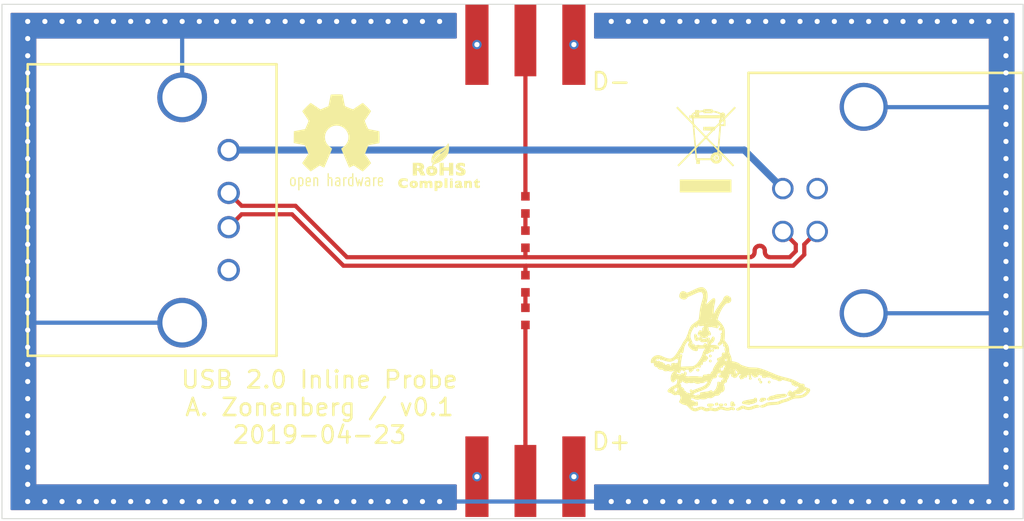
<source format=kicad_pcb>
(kicad_pcb (version 20171130) (host pcbnew "(5.1.0-34-g078320e2f)")
  (layers (0 F.Cu signal) (1 In1.Cu signal) (2 In2.Cu signal) (31 B.Cu signal) (34 B.Paste user) (35 F.Paste user) (36 B.SilkS user) (37 F.SilkS user) (38 B.Mask user) (39 F.Mask user) (44 Edge.Cuts user))
  (net 0 "")
  (net 1 "Net-(C1-Pad2)")
  (net 2 /PROBE_P)
  (net 3 "Net-(C2-Pad2)")
  (net 4 /PROBE_N)
  (net 5 /GND)
  (net 6 /D_P)
  (net 7 /D_N)
  (net 8 /VBUS)
  (net 9 /SHLD)
  (module w_logo:Logo_silk_ROHS_5x2.8mm (layer F.Cu) (at 85 32.5)
    (fp_text reference G*** hide)
    (fp_text value LOGO hide)
  )
  (module w_logo:Logo_silk_WEEE_3.4x5mm (layer F.Cu) (at 100.5 31.5)
    (fp_text reference G*** hide)
    (fp_text value LOGO hide)
  )
  (module w_logo:Logo_silk_OSHW_6x6mm (layer F.Cu) (at 79 30.5)
    (fp_text reference G*** hide)
    (fp_text value LOGO hide)
  )
  (module azonenberg_pcb:LONGTHING-1200DPI (layer F.Cu) (at 102.5 43.5)
    (fp_text reference G*** hide)
    (fp_text value LOGO hide)
  )
  (module azonenberg_pcb:CONN_USB_AMPHENOL_UE27AC54100 (layer F.Cu) (at 70 35 270)
    (fp_text reference J2 hide)
    (fp_text value USB_A)
    (pad 4 thru_hole circle (at 3.5 -2.71 270) (size 1.3 1.3) (drill 0.92) (layers *.Cu *.Mask) (net 5 /GND))
    (pad 2 thru_hole circle (at -1 -2.71 270) (size 1.3 1.3) (drill 0.92) (layers *.Cu *.Mask) (net 7 /D_N))
    (pad 1 thru_hole circle (at -3.5 -2.71 270) (size 1.3 1.3) (drill 0.92) (layers *.Cu *.Mask) (net 8 /VBUS))
    (pad 3 thru_hole circle (at 1 -2.71 270) (size 1.3 1.3) (drill 0.92) (layers *.Cu *.Mask) (net 6 /D_P))
    (pad 5 thru_hole circle (at 6.57 0 270) (size 2.9 2.9) (drill 2.3) (layers *.Cu *.Mask) (net 9 /SHLD))
    (pad 5 thru_hole circle (at -6.57 0 270) (size 2.9 2.9) (drill 2.3) (layers *.Cu *.Mask) (net 9 /SHLD))
  )
  (module azonenberg_pcb:CONN_USB_B_CUI_UJ2-BH-1-TH (layer F.Cu) (at 107 35 90)
    (fp_text reference J1 hide)
    (fp_text value USB_B)
    (pad 1 thru_hole circle (at 1.25 -2 90) (size 1.25 1.25) (drill 0.92) (layers *.Cu *.Mask) (net 8 /VBUS))
    (pad 2 thru_hole circle (at -1.25 -2 90) (size 1.25 1.25) (drill 0.92) (layers *.Cu *.Mask) (net 7 /D_N))
    (pad 3 thru_hole circle (at -1.25 0 90) (size 1.25 1.25) (drill 0.92) (layers *.Cu *.Mask) (net 6 /D_P))
    (pad 4 thru_hole circle (at 1.25 0 90) (size 1.25 1.25) (drill 0.92) (layers *.Cu *.Mask) (net 5 /GND))
    (pad 5 thru_hole circle (at 6.02 2.71 90) (size 2.8 2.8) (drill 2.3) (layers *.Cu *.Mask) (net 9 /SHLD))
    (pad 5 thru_hole circle (at -6.02 2.71 90) (size 2.8 2.8) (drill 2.3) (layers *.Cu *.Mask) (net 9 /SHLD))
  )
  (module azonenberg_pcb:EIA_0402_RES_NOSILK (layer F.Cu) (at 90 36.699999 270)
    (fp_text reference R2 hide)
    (fp_text value 953 hide)
    (pad 2 smd rect (at 0.5 0 270) (size 0.5 0.5) (layers F.Cu F.Paste F.Mask) (net 7 /D_N))
    (pad 1 smd rect (at -0.5 0 270) (size 0.5 0.5) (layers F.Cu F.Paste F.Mask) (net 3 "Net-(C2-Pad2)"))
  )
  (module azonenberg_pcb:EIA_0402_RES_NOSILK (layer F.Cu) (at 90 39.3 90)
    (fp_text reference R1 hide)
    (fp_text value 953 hide)
    (pad 2 smd rect (at 0.5 0 90) (size 0.5 0.5) (layers F.Cu F.Paste F.Mask) (net 6 /D_P))
    (pad 1 smd rect (at -0.5 0 90) (size 0.5 0.5) (layers F.Cu F.Paste F.Mask) (net 1 "Net-(C1-Pad2)"))
  )
  (module azonenberg_pcb:CONN_SMA_EDGE_SAMTEC_SMA_J_P_H_ST_EM1 (layer F.Cu) (at 90 23 180)
    (fp_text reference J4 hide)
    (fp_text value SMA hide)
    (pad 2 smd rect (at -2.825 -2.35 180) (size 1.35 4.7) (layers F.Cu F.Paste F.Mask) (net 5 /GND))
    (pad 2 smd rect (at 2.825 -2.35 180) (size 1.35 4.7) (layers F.Cu F.Paste F.Mask) (net 5 /GND))
    (pad 1 smd rect (at 0 -2.1 180) (size 1.27 4.2) (layers F.Cu F.Paste F.Mask) (net 4 /PROBE_N))
  )
  (module azonenberg_pcb:CONN_SMA_EDGE_SAMTEC_SMA_J_P_H_ST_EM1 (layer F.Cu) (at 90 52.9)
    (fp_text reference J3 hide)
    (fp_text value SMA hide)
    (pad 2 smd rect (at -2.825 -2.35) (size 1.35 4.7) (layers F.Cu F.Paste F.Mask) (net 5 /GND))
    (pad 2 smd rect (at 2.825 -2.35) (size 1.35 4.7) (layers F.Cu F.Paste F.Mask) (net 5 /GND))
    (pad 1 smd rect (at 0 -2.1) (size 1.27 4.2) (layers F.Cu F.Paste F.Mask) (net 2 /PROBE_P))
  )
  (module azonenberg_pcb:EIA_0402_CAP_NOSILK (layer F.Cu) (at 90 34.7 270)
    (fp_text reference C2 hide)
    (fp_text value "0.1 uF" hide)
    (pad 2 smd rect (at 0.5 0 270) (size 0.5 0.5) (layers F.Cu F.Paste F.Mask) (net 3 "Net-(C2-Pad2)"))
    (pad 1 smd rect (at -0.5 0 270) (size 0.5 0.5) (layers F.Cu F.Paste F.Mask) (net 4 /PROBE_N))
  )
  (module azonenberg_pcb:EIA_0402_CAP_NOSILK (layer F.Cu) (at 90 41.2 90)
    (fp_text reference C1 hide)
    (fp_text value "0.1 uF" hide)
    (pad 2 smd rect (at 0.5 0 90) (size 0.5 0.5) (layers F.Cu F.Paste F.Mask) (net 1 "Net-(C1-Pad2)"))
    (pad 1 smd rect (at -0.5 0 90) (size 0.5 0.5) (layers F.Cu F.Paste F.Mask) (net 2 /PROBE_P))
  )
  (gr_text "USB 2.0 Inline Probe\nA. Zonenberg / v0.1\n2019-04-23" (at 78 46.5) (layer F.SilkS) (effects (font (size 1 1))))
  (gr_text D- (at 95 27.5) (layer F.SilkS) (effects (font (size 1 1))))
  (gr_text D+ (at 95 48.5) (layer F.SilkS) (effects (font (size 1 1))))
  (gr_line (start 119 23) (end 59.5 23) (layer Edge.Cuts) (width 0.05))
  (gr_line (start 119 53) (end 119 23) (layer Edge.Cuts) (width 0.05))
  (gr_line (start 59.5 53) (end 119 53) (layer Edge.Cuts) (width 0.05))
  (gr_line (start 59.5 23) (end 59.5 53) (layer Edge.Cuts) (width 0.05))
  (segment (start 90 39.8) (end 90 40.7) (width 0.245) (layer F.Cu) (net 1))
  (segment (start 90 48.455) (end 90 41.7) (width 0.245) (layer F.Cu) (net 2))
  (segment (start 90 50.8) (end 90 48.455) (width 0.245) (layer F.Cu) (net 2))
  (segment (start 90 35.2) (end 90 36.199999) (width 0.245) (layer F.Cu) (net 3))
  (segment (start 90 34.2) (end 90 25.1) (width 0.245) (layer F.Cu) (net 4))
  (via (at 87.175 25.35) (size 0.55) (drill 0.3) (layers F.Cu B.Cu) (net 5))
  (via (at 92.825 25.35) (size 0.55) (drill 0.3) (layers F.Cu B.Cu) (net 5))
  (via (at 87.175 50.55) (size 0.55) (drill 0.3) (layers F.Cu B.Cu) (net 5))
  (via (at 92.825 50.55) (size 0.55) (drill 0.3) (layers F.Cu B.Cu) (net 5))
  (segment (start 73.4625 35.2475) (end 76.397482 35.2475) (width 0.245) (layer F.Cu) (net 6))
  (segment (start 72.71 36) (end 73.4625 35.2475) (width 0.245) (layer F.Cu) (net 6))
  (segment (start 76.397482 35.2475) (end 79.397482 38.2475) (width 0.245) (layer F.Cu) (net 6))
  (segment (start 105.602518 38.2475) (end 106.2475 37.602518) (width 0.245) (layer F.Cu) (net 6))
  (segment (start 106.2475 37.602518) (end 106.2475 37.0025) (width 0.245) (layer F.Cu) (net 6))
  (segment (start 106.2475 37.0025) (end 107 36.25) (width 0.245) (layer F.Cu) (net 6))
  (segment (start 90.0475 38.2575) (end 90.0475 38.2475) (width 0.245) (layer F.Cu) (net 6))
  (segment (start 90 38.8) (end 90 38.305) (width 0.245) (layer F.Cu) (net 6))
  (segment (start 79.397482 38.2475) (end 90.0475 38.2475) (width 0.245) (layer F.Cu) (net 6))
  (segment (start 90 38.305) (end 90.0475 38.2575) (width 0.245) (layer F.Cu) (net 6))
  (segment (start 90.0475 38.2475) (end 105.602518 38.2475) (width 0.245) (layer F.Cu) (net 6))
  (segment (start 73.4625 34.7525) (end 72.71 34) (width 0.245) (layer F.Cu) (net 7))
  (segment (start 79.602518 37.7525) (end 76.602518 34.7525) (width 0.245) (layer F.Cu) (net 7))
  (segment (start 103.119256 37.744978) (end 103.0525 37.7525) (width 0.245) (layer F.Cu) (net 7))
  (segment (start 103.239546 37.687049) (end 103.182665 37.72279) (width 0.245) (layer F.Cu) (net 7))
  (segment (start 103.32279 37.582665) (end 103.287049 37.639546) (width 0.245) (layer F.Cu) (net 7))
  (segment (start 103.3525 37.38292) (end 103.3525 37.4525) (width 0.245) (layer F.Cu) (net 7))
  (segment (start 103.344978 37.519256) (end 103.32279 37.582665) (width 0.245) (layer F.Cu) (net 7))
  (segment (start 103.382209 37.252754) (end 103.360021 37.316163) (width 0.245) (layer F.Cu) (net 7))
  (segment (start 103.41795 37.195873) (end 103.382209 37.252754) (width 0.245) (layer F.Cu) (net 7))
  (segment (start 103.960021 37.519256) (end 103.9525 37.4525) (width 0.245) (layer F.Cu) (net 7))
  (segment (start 103.3525 37.4525) (end 103.344978 37.519256) (width 0.245) (layer F.Cu) (net 7))
  (segment (start 103.465453 37.14837) (end 103.41795 37.195873) (width 0.245) (layer F.Cu) (net 7))
  (segment (start 103.944978 37.316163) (end 103.92279 37.252754) (width 0.245) (layer F.Cu) (net 7))
  (segment (start 103.522334 37.112629) (end 103.465453 37.14837) (width 0.245) (layer F.Cu) (net 7))
  (segment (start 104.122334 37.72279) (end 104.065453 37.687049) (width 0.245) (layer F.Cu) (net 7))
  (segment (start 104.065453 37.687049) (end 104.01795 37.639546) (width 0.245) (layer F.Cu) (net 7))
  (segment (start 104.185743 37.744978) (end 104.122334 37.72279) (width 0.245) (layer F.Cu) (net 7))
  (segment (start 104.2525 37.7525) (end 104.185743 37.744978) (width 0.245) (layer F.Cu) (net 7))
  (segment (start 103.6525 37.08292) (end 103.585743 37.090441) (width 0.245) (layer F.Cu) (net 7))
  (segment (start 103.287049 37.639546) (end 103.239546 37.687049) (width 0.245) (layer F.Cu) (net 7))
  (segment (start 105 36.25) (end 105.7525 37.0025) (width 0.245) (layer F.Cu) (net 7))
  (segment (start 103.982209 37.582665) (end 103.960021 37.519256) (width 0.245) (layer F.Cu) (net 7))
  (segment (start 105.397482 37.7525) (end 104.2525 37.7525) (width 0.245) (layer F.Cu) (net 7))
  (segment (start 103.360021 37.316163) (end 103.3525 37.38292) (width 0.245) (layer F.Cu) (net 7))
  (segment (start 105.7525 37.397482) (end 105.397482 37.7525) (width 0.245) (layer F.Cu) (net 7))
  (segment (start 105.7525 37.0025) (end 105.7525 37.397482) (width 0.245) (layer F.Cu) (net 7))
  (segment (start 103.719256 37.090441) (end 103.6525 37.08292) (width 0.245) (layer F.Cu) (net 7))
  (segment (start 103.9525 37.4525) (end 103.9525 37.38292) (width 0.245) (layer F.Cu) (net 7))
  (segment (start 104.01795 37.639546) (end 103.982209 37.582665) (width 0.245) (layer F.Cu) (net 7))
  (segment (start 103.9525 37.38292) (end 103.944978 37.316163) (width 0.245) (layer F.Cu) (net 7))
  (segment (start 103.887049 37.195873) (end 103.839546 37.14837) (width 0.245) (layer F.Cu) (net 7))
  (segment (start 103.92279 37.252754) (end 103.887049 37.195873) (width 0.245) (layer F.Cu) (net 7))
  (segment (start 103.839546 37.14837) (end 103.782665 37.112629) (width 0.245) (layer F.Cu) (net 7))
  (segment (start 103.782665 37.112629) (end 103.719256 37.090441) (width 0.245) (layer F.Cu) (net 7))
  (segment (start 76.602518 34.7525) (end 73.4625 34.7525) (width 0.245) (layer F.Cu) (net 7))
  (segment (start 103.182665 37.72279) (end 103.119256 37.744978) (width 0.245) (layer F.Cu) (net 7))
  (segment (start 103.585743 37.090441) (end 103.522334 37.112629) (width 0.245) (layer F.Cu) (net 7))
  (segment (start 90.0475 37.742499) (end 90.0475 37.7525) (width 0.245) (layer F.Cu) (net 7))
  (segment (start 90 37.694999) (end 90.0475 37.742499) (width 0.245) (layer F.Cu) (net 7))
  (segment (start 90 37.199999) (end 90 37.694999) (width 0.245) (layer F.Cu) (net 7))
  (segment (start 103.0525 37.7525) (end 90.0475 37.7525) (width 0.245) (layer F.Cu) (net 7))
  (segment (start 90.0475 37.7525) (end 79.602518 37.7525) (width 0.245) (layer F.Cu) (net 7))
  (segment (start 102.75 31.5) (end 105 33.75) (width 0.41) (layer B.Cu) (net 8))
  (segment (start 72.71 31.5) (end 102.75 31.5) (width 0.41) (layer B.Cu) (net 8))
  (via (at 70 24) (size 0.55) (drill 0.3) (layers F.Cu B.Cu) (net 9))
  (segment (start 70 28.43) (end 70 24) (width 0.245) (layer B.Cu) (net 9))
  (via (at 71 24) (size 0.55) (drill 0.3) (layers F.Cu B.Cu) (net 9))
  (segment (start 70 24) (end 71 24) (width 0.245) (layer F.Cu) (net 9))
  (via (at 72 24) (size 0.55) (drill 0.3) (layers F.Cu B.Cu) (net 9))
  (segment (start 71 24) (end 72 24) (width 0.245) (layer B.Cu) (net 9))
  (via (at 73 24) (size 0.55) (drill 0.3) (layers F.Cu B.Cu) (net 9))
  (segment (start 72 24) (end 73 24) (width 0.245) (layer F.Cu) (net 9))
  (via (at 74 24) (size 0.55) (drill 0.3) (layers F.Cu B.Cu) (net 9))
  (segment (start 73 24) (end 74 24) (width 0.245) (layer B.Cu) (net 9))
  (via (at 75 24) (size 0.55) (drill 0.3) (layers F.Cu B.Cu) (net 9))
  (segment (start 74 24) (end 75 24) (width 0.245) (layer F.Cu) (net 9))
  (via (at 76 24) (size 0.55) (drill 0.3) (layers F.Cu B.Cu) (net 9))
  (segment (start 75 24) (end 76 24) (width 0.245) (layer B.Cu) (net 9))
  (via (at 77 24) (size 0.55) (drill 0.3) (layers F.Cu B.Cu) (net 9))
  (segment (start 76 24) (end 77 24) (width 0.245) (layer F.Cu) (net 9))
  (via (at 78 24) (size 0.55) (drill 0.3) (layers F.Cu B.Cu) (net 9))
  (segment (start 77 24) (end 78 24) (width 0.245) (layer B.Cu) (net 9))
  (via (at 79 24) (size 0.55) (drill 0.3) (layers F.Cu B.Cu) (net 9))
  (segment (start 78 24) (end 79 24) (width 0.245) (layer F.Cu) (net 9))
  (via (at 80 24) (size 0.55) (drill 0.3) (layers F.Cu B.Cu) (net 9))
  (segment (start 79 24) (end 80 24) (width 0.245) (layer B.Cu) (net 9))
  (via (at 81 24) (size 0.55) (drill 0.3) (layers F.Cu B.Cu) (net 9))
  (segment (start 80 24) (end 81 24) (width 0.245) (layer F.Cu) (net 9))
  (via (at 82 24) (size 0.55) (drill 0.3) (layers F.Cu B.Cu) (net 9))
  (segment (start 81 24) (end 82 24) (width 0.245) (layer B.Cu) (net 9))
  (via (at 83 24) (size 0.55) (drill 0.3) (layers F.Cu B.Cu) (net 9))
  (segment (start 82 24) (end 83 24) (width 0.245) (layer F.Cu) (net 9))
  (via (at 84 24) (size 0.55) (drill 0.3) (layers F.Cu B.Cu) (net 9))
  (segment (start 83 24) (end 84 24) (width 0.245) (layer B.Cu) (net 9))
  (via (at 85 24) (size 0.55) (drill 0.3) (layers F.Cu B.Cu) (net 9))
  (segment (start 84 24) (end 85 24) (width 0.245) (layer F.Cu) (net 9))
  (via (at 69 24) (size 0.55) (drill 0.3) (layers F.Cu B.Cu) (net 9))
  (segment (start 70 24) (end 69 24) (width 0.245) (layer B.Cu) (net 9))
  (via (at 68 24) (size 0.55) (drill 0.3) (layers F.Cu B.Cu) (net 9))
  (segment (start 69 24) (end 68 24) (width 0.245) (layer F.Cu) (net 9))
  (via (at 67 24) (size 0.55) (drill 0.3) (layers F.Cu B.Cu) (net 9))
  (segment (start 68 24) (end 67 24) (width 0.245) (layer B.Cu) (net 9))
  (via (at 66 24) (size 0.55) (drill 0.3) (layers F.Cu B.Cu) (net 9))
  (segment (start 67 24) (end 66 24) (width 0.245) (layer F.Cu) (net 9))
  (via (at 65 24) (size 0.55) (drill 0.3) (layers F.Cu B.Cu) (net 9))
  (segment (start 66 24) (end 65 24) (width 0.245) (layer B.Cu) (net 9))
  (via (at 64 24) (size 0.55) (drill 0.3) (layers F.Cu B.Cu) (net 9))
  (segment (start 65 24) (end 64 24) (width 0.245) (layer F.Cu) (net 9))
  (via (at 63 24) (size 0.55) (drill 0.3) (layers F.Cu B.Cu) (net 9))
  (segment (start 64 24) (end 63 24) (width 0.245) (layer B.Cu) (net 9))
  (via (at 62 24) (size 0.55) (drill 0.3) (layers F.Cu B.Cu) (net 9))
  (segment (start 63 24) (end 62 24) (width 0.245) (layer F.Cu) (net 9))
  (via (at 61 24) (size 0.55) (drill 0.3) (layers F.Cu B.Cu) (net 9))
  (segment (start 62 24) (end 61 24) (width 0.245) (layer B.Cu) (net 9))
  (via (at 61 25) (size 0.55) (drill 0.3) (layers F.Cu B.Cu) (net 9))
  (segment (start 61 24) (end 61 25) (width 0.245) (layer B.Cu) (net 9))
  (via (at 61 26) (size 0.55) (drill 0.3) (layers F.Cu B.Cu) (net 9))
  (segment (start 61 25) (end 61 26) (width 0.245) (layer F.Cu) (net 9))
  (via (at 61 27) (size 0.55) (drill 0.3) (layers F.Cu B.Cu) (net 9))
  (segment (start 61 26) (end 61 27) (width 0.245) (layer B.Cu) (net 9))
  (via (at 61 28) (size 0.55) (drill 0.3) (layers F.Cu B.Cu) (net 9))
  (segment (start 61 27) (end 61 28) (width 0.245) (layer F.Cu) (net 9))
  (via (at 61 29) (size 0.55) (drill 0.3) (layers F.Cu B.Cu) (net 9))
  (segment (start 61 28) (end 61 29) (width 0.245) (layer B.Cu) (net 9))
  (via (at 61 30) (size 0.55) (drill 0.3) (layers F.Cu B.Cu) (net 9))
  (segment (start 61 29) (end 61 30) (width 0.245) (layer F.Cu) (net 9))
  (via (at 61 31) (size 0.55) (drill 0.3) (layers F.Cu B.Cu) (net 9))
  (segment (start 61 30) (end 61 31) (width 0.245) (layer B.Cu) (net 9))
  (via (at 61 32) (size 0.55) (drill 0.3) (layers F.Cu B.Cu) (net 9))
  (segment (start 61 31) (end 61 32) (width 0.245) (layer F.Cu) (net 9))
  (via (at 61 33) (size 0.55) (drill 0.3) (layers F.Cu B.Cu) (net 9))
  (segment (start 61 32) (end 61 33) (width 0.245) (layer B.Cu) (net 9))
  (via (at 61 34) (size 0.55) (drill 0.3) (layers F.Cu B.Cu) (net 9))
  (segment (start 61 33) (end 61 34) (width 0.245) (layer F.Cu) (net 9))
  (via (at 61 35) (size 0.55) (drill 0.3) (layers F.Cu B.Cu) (net 9))
  (segment (start 61 34) (end 61 35) (width 0.245) (layer B.Cu) (net 9))
  (via (at 61 36) (size 0.55) (drill 0.3) (layers F.Cu B.Cu) (net 9))
  (segment (start 61 35) (end 61 36) (width 0.245) (layer F.Cu) (net 9))
  (via (at 61 37) (size 0.55) (drill 0.3) (layers F.Cu B.Cu) (net 9))
  (segment (start 61 36) (end 61 37) (width 0.245) (layer B.Cu) (net 9))
  (via (at 61 38) (size 0.55) (drill 0.3) (layers F.Cu B.Cu) (net 9))
  (segment (start 61 37) (end 61 38) (width 0.245) (layer F.Cu) (net 9))
  (via (at 61 39) (size 0.55) (drill 0.3) (layers F.Cu B.Cu) (net 9))
  (segment (start 61 38) (end 61 39) (width 0.245) (layer B.Cu) (net 9))
  (via (at 61 40) (size 0.55) (drill 0.3) (layers F.Cu B.Cu) (net 9))
  (segment (start 61 39) (end 61 40) (width 0.245) (layer F.Cu) (net 9))
  (via (at 61 41) (size 0.55) (drill 0.3) (layers F.Cu B.Cu) (net 9))
  (segment (start 61 40) (end 61 41) (width 0.245) (layer B.Cu) (net 9))
  (via (at 61 42) (size 0.55) (drill 0.3) (layers F.Cu B.Cu) (net 9))
  (segment (start 61 41) (end 61 42) (width 0.245) (layer F.Cu) (net 9))
  (via (at 61 43) (size 0.55) (drill 0.3) (layers F.Cu B.Cu) (net 9))
  (segment (start 61 42) (end 61 43) (width 0.245) (layer B.Cu) (net 9))
  (via (at 61 44) (size 0.55) (drill 0.3) (layers F.Cu B.Cu) (net 9))
  (segment (start 61 43) (end 61 44) (width 0.245) (layer F.Cu) (net 9))
  (via (at 61 45) (size 0.55) (drill 0.3) (layers F.Cu B.Cu) (net 9))
  (segment (start 61 44) (end 61 45) (width 0.245) (layer B.Cu) (net 9))
  (via (at 61 46) (size 0.55) (drill 0.3) (layers F.Cu B.Cu) (net 9))
  (segment (start 61 45) (end 61 46) (width 0.245) (layer F.Cu) (net 9))
  (via (at 61 47) (size 0.55) (drill 0.3) (layers F.Cu B.Cu) (net 9))
  (segment (start 61 46) (end 61 47) (width 0.245) (layer B.Cu) (net 9))
  (via (at 61 48) (size 0.55) (drill 0.3) (layers F.Cu B.Cu) (net 9))
  (segment (start 61 47) (end 61 48) (width 0.245) (layer F.Cu) (net 9))
  (via (at 61 49) (size 0.55) (drill 0.3) (layers F.Cu B.Cu) (net 9))
  (segment (start 61 48) (end 61 49) (width 0.245) (layer B.Cu) (net 9))
  (via (at 61 50) (size 0.55) (drill 0.3) (layers F.Cu B.Cu) (net 9))
  (segment (start 61 49) (end 61 50) (width 0.245) (layer F.Cu) (net 9))
  (via (at 61 51) (size 0.55) (drill 0.3) (layers F.Cu B.Cu) (net 9))
  (segment (start 61 50) (end 61 51) (width 0.245) (layer B.Cu) (net 9))
  (via (at 61 52) (size 0.55) (drill 0.3) (layers F.Cu B.Cu) (net 9))
  (segment (start 61 51) (end 61 52) (width 0.245) (layer F.Cu) (net 9))
  (via (at 62 52) (size 0.55) (drill 0.3) (layers F.Cu B.Cu) (net 9))
  (segment (start 61 52) (end 62 52) (width 0.245) (layer B.Cu) (net 9))
  (via (at 63 52) (size 0.55) (drill 0.3) (layers F.Cu B.Cu) (net 9))
  (segment (start 62 52) (end 63 52) (width 0.245) (layer F.Cu) (net 9))
  (via (at 64 52) (size 0.55) (drill 0.3) (layers F.Cu B.Cu) (net 9))
  (segment (start 63 52) (end 64 52) (width 0.245) (layer B.Cu) (net 9))
  (via (at 65 52) (size 0.55) (drill 0.3) (layers F.Cu B.Cu) (net 9))
  (segment (start 64 52) (end 65 52) (width 0.245) (layer F.Cu) (net 9))
  (via (at 66 52) (size 0.55) (drill 0.3) (layers F.Cu B.Cu) (net 9))
  (segment (start 65 52) (end 66 52) (width 0.245) (layer B.Cu) (net 9))
  (via (at 67 52) (size 0.55) (drill 0.3) (layers F.Cu B.Cu) (net 9))
  (segment (start 66 52) (end 67 52) (width 0.245) (layer F.Cu) (net 9))
  (via (at 68 52) (size 0.55) (drill 0.3) (layers F.Cu B.Cu) (net 9))
  (segment (start 67 52) (end 68 52) (width 0.245) (layer B.Cu) (net 9))
  (via (at 69 52) (size 0.55) (drill 0.3) (layers F.Cu B.Cu) (net 9))
  (segment (start 68 52) (end 69 52) (width 0.245) (layer F.Cu) (net 9))
  (via (at 70 52) (size 0.55) (drill 0.3) (layers F.Cu B.Cu) (net 9))
  (segment (start 69 52) (end 70 52) (width 0.245) (layer B.Cu) (net 9))
  (via (at 71 52) (size 0.55) (drill 0.3) (layers F.Cu B.Cu) (net 9))
  (segment (start 70 52) (end 71 52) (width 0.245) (layer F.Cu) (net 9))
  (via (at 72 52) (size 0.55) (drill 0.3) (layers F.Cu B.Cu) (net 9))
  (segment (start 71 52) (end 72 52) (width 0.245) (layer B.Cu) (net 9))
  (via (at 73 52) (size 0.55) (drill 0.3) (layers F.Cu B.Cu) (net 9))
  (segment (start 72 52) (end 73 52) (width 0.245) (layer F.Cu) (net 9))
  (via (at 74 52) (size 0.55) (drill 0.3) (layers F.Cu B.Cu) (net 9))
  (segment (start 73 52) (end 74 52) (width 0.245) (layer B.Cu) (net 9))
  (via (at 75 52) (size 0.55) (drill 0.3) (layers F.Cu B.Cu) (net 9))
  (segment (start 74 52) (end 75 52) (width 0.245) (layer F.Cu) (net 9))
  (via (at 76 52) (size 0.55) (drill 0.3) (layers F.Cu B.Cu) (net 9))
  (segment (start 75 52) (end 76 52) (width 0.245) (layer B.Cu) (net 9))
  (via (at 77 52) (size 0.55) (drill 0.3) (layers F.Cu B.Cu) (net 9))
  (segment (start 76 52) (end 77 52) (width 0.245) (layer F.Cu) (net 9))
  (via (at 78 52) (size 0.55) (drill 0.3) (layers F.Cu B.Cu) (net 9))
  (segment (start 77 52) (end 78 52) (width 0.245) (layer B.Cu) (net 9))
  (via (at 79 52) (size 0.55) (drill 0.3) (layers F.Cu B.Cu) (net 9))
  (segment (start 78 52) (end 79 52) (width 0.245) (layer F.Cu) (net 9))
  (via (at 80 52) (size 0.55) (drill 0.3) (layers F.Cu B.Cu) (net 9))
  (segment (start 79 52) (end 80 52) (width 0.245) (layer B.Cu) (net 9))
  (via (at 81 52) (size 0.55) (drill 0.3) (layers F.Cu B.Cu) (net 9))
  (segment (start 80 52) (end 81 52) (width 0.245) (layer F.Cu) (net 9))
  (via (at 82 52) (size 0.55) (drill 0.3) (layers F.Cu B.Cu) (net 9))
  (segment (start 81 52) (end 82 52) (width 0.245) (layer B.Cu) (net 9))
  (via (at 83 52) (size 0.55) (drill 0.3) (layers F.Cu B.Cu) (net 9))
  (segment (start 82 52) (end 83 52) (width 0.245) (layer F.Cu) (net 9))
  (via (at 84 52) (size 0.55) (drill 0.3) (layers F.Cu B.Cu) (net 9))
  (segment (start 83 52) (end 84 52) (width 0.245) (layer B.Cu) (net 9))
  (via (at 85 52) (size 0.55) (drill 0.3) (layers F.Cu B.Cu) (net 9))
  (segment (start 84 52) (end 85 52) (width 0.245) (layer F.Cu) (net 9))
  (via (at 118 41) (size 0.55) (drill 0.3) (layers F.Cu B.Cu) (net 9))
  (segment (start 117.98 41.02) (end 118 41) (width 0.245) (layer B.Cu) (net 9))
  (segment (start 109.71 41.02) (end 117.98 41.02) (width 0.245) (layer B.Cu) (net 9))
  (via (at 118 42) (size 0.55) (drill 0.3) (layers F.Cu B.Cu) (net 9))
  (segment (start 118 41) (end 118 42) (width 0.245) (layer F.Cu) (net 9))
  (via (at 118 43) (size 0.55) (drill 0.3) (layers F.Cu B.Cu) (net 9))
  (segment (start 118 42) (end 118 43) (width 0.245) (layer B.Cu) (net 9))
  (via (at 118 44) (size 0.55) (drill 0.3) (layers F.Cu B.Cu) (net 9))
  (segment (start 118 43) (end 118 44) (width 0.245) (layer F.Cu) (net 9))
  (via (at 118 45) (size 0.55) (drill 0.3) (layers F.Cu B.Cu) (net 9))
  (segment (start 118 44) (end 118 45) (width 0.245) (layer B.Cu) (net 9))
  (via (at 118 46) (size 0.55) (drill 0.3) (layers F.Cu B.Cu) (net 9))
  (segment (start 118 45) (end 118 46) (width 0.245) (layer F.Cu) (net 9))
  (via (at 118 47) (size 0.55) (drill 0.3) (layers F.Cu B.Cu) (net 9))
  (segment (start 118 46) (end 118 47) (width 0.245) (layer B.Cu) (net 9))
  (via (at 118 48) (size 0.55) (drill 0.3) (layers F.Cu B.Cu) (net 9))
  (segment (start 118 47) (end 118 48) (width 0.245) (layer F.Cu) (net 9))
  (via (at 118 49) (size 0.55) (drill 0.3) (layers F.Cu B.Cu) (net 9))
  (segment (start 118 48) (end 118 49) (width 0.245) (layer B.Cu) (net 9))
  (via (at 118 50) (size 0.55) (drill 0.3) (layers F.Cu B.Cu) (net 9))
  (segment (start 118 49) (end 118 50) (width 0.245) (layer F.Cu) (net 9))
  (via (at 118 51) (size 0.55) (drill 0.3) (layers F.Cu B.Cu) (net 9))
  (segment (start 118 50) (end 118 51) (width 0.245) (layer B.Cu) (net 9))
  (via (at 118 52) (size 0.55) (drill 0.3) (layers F.Cu B.Cu) (net 9))
  (segment (start 118 51) (end 118 52) (width 0.245) (layer F.Cu) (net 9))
  (via (at 117 52) (size 0.55) (drill 0.3) (layers F.Cu B.Cu) (net 9))
  (segment (start 118 52) (end 117 52) (width 0.245) (layer B.Cu) (net 9))
  (via (at 116 52) (size 0.55) (drill 0.3) (layers F.Cu B.Cu) (net 9))
  (segment (start 117 52) (end 116 52) (width 0.245) (layer F.Cu) (net 9))
  (via (at 115 52) (size 0.55) (drill 0.3) (layers F.Cu B.Cu) (net 9))
  (segment (start 116 52) (end 115 52) (width 0.245) (layer B.Cu) (net 9))
  (via (at 114 52) (size 0.55) (drill 0.3) (layers F.Cu B.Cu) (net 9))
  (segment (start 115 52) (end 114 52) (width 0.245) (layer F.Cu) (net 9))
  (via (at 113 52) (size 0.55) (drill 0.3) (layers F.Cu B.Cu) (net 9))
  (segment (start 114 52) (end 113 52) (width 0.245) (layer B.Cu) (net 9))
  (via (at 112 52) (size 0.55) (drill 0.3) (layers F.Cu B.Cu) (net 9))
  (segment (start 113 52) (end 112 52) (width 0.245) (layer F.Cu) (net 9))
  (via (at 111 52) (size 0.55) (drill 0.3) (layers F.Cu B.Cu) (net 9))
  (segment (start 112 52) (end 111 52) (width 0.245) (layer B.Cu) (net 9))
  (via (at 110 52) (size 0.55) (drill 0.3) (layers F.Cu B.Cu) (net 9))
  (segment (start 111 52) (end 110 52) (width 0.245) (layer F.Cu) (net 9))
  (via (at 109 52) (size 0.55) (drill 0.3) (layers F.Cu B.Cu) (net 9))
  (segment (start 110 52) (end 109 52) (width 0.245) (layer B.Cu) (net 9))
  (via (at 108 52) (size 0.55) (drill 0.3) (layers F.Cu B.Cu) (net 9))
  (segment (start 109 52) (end 108 52) (width 0.245) (layer F.Cu) (net 9))
  (via (at 107 52) (size 0.55) (drill 0.3) (layers F.Cu B.Cu) (net 9))
  (segment (start 108 52) (end 107 52) (width 0.245) (layer B.Cu) (net 9))
  (via (at 106 52) (size 0.55) (drill 0.3) (layers F.Cu B.Cu) (net 9))
  (segment (start 107 52) (end 106 52) (width 0.245) (layer F.Cu) (net 9))
  (via (at 105 52) (size 0.55) (drill 0.3) (layers F.Cu B.Cu) (net 9))
  (segment (start 106 52) (end 105 52) (width 0.245) (layer B.Cu) (net 9))
  (via (at 104 52) (size 0.55) (drill 0.3) (layers F.Cu B.Cu) (net 9))
  (segment (start 105 52) (end 104 52) (width 0.245) (layer F.Cu) (net 9))
  (via (at 103 52) (size 0.55) (drill 0.3) (layers F.Cu B.Cu) (net 9))
  (segment (start 104 52) (end 103 52) (width 0.245) (layer B.Cu) (net 9))
  (via (at 102 52) (size 0.55) (drill 0.3) (layers F.Cu B.Cu) (net 9))
  (segment (start 103 52) (end 102 52) (width 0.245) (layer F.Cu) (net 9))
  (via (at 101 52) (size 0.55) (drill 0.3) (layers F.Cu B.Cu) (net 9))
  (segment (start 102 52) (end 101 52) (width 0.245) (layer B.Cu) (net 9))
  (via (at 100 52) (size 0.55) (drill 0.3) (layers F.Cu B.Cu) (net 9))
  (segment (start 101 52) (end 100 52) (width 0.245) (layer F.Cu) (net 9))
  (via (at 99 52) (size 0.55) (drill 0.3) (layers F.Cu B.Cu) (net 9))
  (segment (start 100 52) (end 99 52) (width 0.245) (layer B.Cu) (net 9))
  (via (at 98 52) (size 0.55) (drill 0.3) (layers F.Cu B.Cu) (net 9))
  (segment (start 99 52) (end 98 52) (width 0.245) (layer F.Cu) (net 9))
  (via (at 97 52) (size 0.55) (drill 0.3) (layers F.Cu B.Cu) (net 9))
  (segment (start 98 52) (end 97 52) (width 0.245) (layer B.Cu) (net 9))
  (via (at 96 52) (size 0.55) (drill 0.3) (layers F.Cu B.Cu) (net 9))
  (segment (start 97 52) (end 96 52) (width 0.245) (layer F.Cu) (net 9))
  (via (at 95 52) (size 0.55) (drill 0.3) (layers F.Cu B.Cu) (net 9))
  (segment (start 96 52) (end 95 52) (width 0.245) (layer B.Cu) (net 9))
  (segment (start 95 52) (end 85 52) (width 0.245) (layer B.Cu) (net 9))
  (via (at 118 40) (size 0.55) (drill 0.3) (layers F.Cu B.Cu) (net 9))
  (segment (start 118 41) (end 118 40) (width 0.245) (layer B.Cu) (net 9))
  (via (at 118 39) (size 0.55) (drill 0.3) (layers F.Cu B.Cu) (net 9))
  (segment (start 118 40) (end 118 39) (width 0.245) (layer F.Cu) (net 9))
  (via (at 118 38) (size 0.55) (drill 0.3) (layers F.Cu B.Cu) (net 9))
  (segment (start 118 39) (end 118 38) (width 0.245) (layer B.Cu) (net 9))
  (via (at 118 37) (size 0.55) (drill 0.3) (layers F.Cu B.Cu) (net 9))
  (segment (start 118 38) (end 118 37) (width 0.245) (layer F.Cu) (net 9))
  (via (at 118 36) (size 0.55) (drill 0.3) (layers F.Cu B.Cu) (net 9))
  (segment (start 118 37) (end 118 36) (width 0.245) (layer B.Cu) (net 9))
  (via (at 118 35) (size 0.55) (drill 0.3) (layers F.Cu B.Cu) (net 9))
  (segment (start 118 36) (end 118 35) (width 0.245) (layer F.Cu) (net 9))
  (via (at 118 34) (size 0.55) (drill 0.3) (layers F.Cu B.Cu) (net 9))
  (segment (start 118 35) (end 118 34) (width 0.245) (layer B.Cu) (net 9))
  (via (at 118 33) (size 0.55) (drill 0.3) (layers F.Cu B.Cu) (net 9))
  (segment (start 118 34) (end 118 33) (width 0.245) (layer F.Cu) (net 9))
  (via (at 118 32) (size 0.55) (drill 0.3) (layers F.Cu B.Cu) (net 9))
  (segment (start 118 33) (end 118 32) (width 0.245) (layer B.Cu) (net 9))
  (via (at 118 31) (size 0.55) (drill 0.3) (layers F.Cu B.Cu) (net 9))
  (segment (start 118 32) (end 118 31) (width 0.245) (layer F.Cu) (net 9))
  (via (at 118 30) (size 0.55) (drill 0.3) (layers F.Cu B.Cu) (net 9))
  (segment (start 118 31) (end 118 30) (width 0.245) (layer B.Cu) (net 9))
  (via (at 118 29) (size 0.55) (drill 0.3) (layers F.Cu B.Cu) (net 9))
  (segment (start 118 30) (end 118 29) (width 0.245) (layer F.Cu) (net 9))
  (segment (start 109.73 29) (end 109.71 28.98) (width 0.245) (layer B.Cu) (net 9))
  (segment (start 118 29) (end 109.73 29) (width 0.245) (layer B.Cu) (net 9))
  (segment (start 61.43 41.57) (end 61 42) (width 0.245) (layer B.Cu) (net 9))
  (segment (start 70 41.57) (end 61.43 41.57) (width 0.245) (layer B.Cu) (net 9))
  (via (at 118 28) (size 0.55) (drill 0.3) (layers F.Cu B.Cu) (net 9))
  (segment (start 118 29) (end 118 28) (width 0.245) (layer B.Cu) (net 9))
  (via (at 118 27) (size 0.55) (drill 0.3) (layers F.Cu B.Cu) (net 9))
  (segment (start 118 28) (end 118 27) (width 0.245) (layer F.Cu) (net 9))
  (via (at 118 26) (size 0.55) (drill 0.3) (layers F.Cu B.Cu) (net 9))
  (segment (start 118 27) (end 118 26) (width 0.245) (layer B.Cu) (net 9))
  (via (at 118 25) (size 0.55) (drill 0.3) (layers F.Cu B.Cu) (net 9))
  (segment (start 118 26) (end 118 25) (width 0.245) (layer F.Cu) (net 9))
  (via (at 118 24) (size 0.55) (drill 0.3) (layers F.Cu B.Cu) (net 9))
  (segment (start 118 25) (end 118 24) (width 0.245) (layer B.Cu) (net 9))
  (via (at 117 24) (size 0.55) (drill 0.3) (layers F.Cu B.Cu) (net 9))
  (segment (start 118 24) (end 117 24) (width 0.245) (layer F.Cu) (net 9))
  (via (at 116 24) (size 0.55) (drill 0.3) (layers F.Cu B.Cu) (net 9))
  (segment (start 117 24) (end 116 24) (width 0.245) (layer B.Cu) (net 9))
  (via (at 115 24) (size 0.55) (drill 0.3) (layers F.Cu B.Cu) (net 9))
  (segment (start 116 24) (end 115 24) (width 0.245) (layer F.Cu) (net 9))
  (via (at 114 24) (size 0.55) (drill 0.3) (layers F.Cu B.Cu) (net 9))
  (segment (start 115 24) (end 114 24) (width 0.245) (layer B.Cu) (net 9))
  (via (at 113 24) (size 0.55) (drill 0.3) (layers F.Cu B.Cu) (net 9))
  (segment (start 114 24) (end 113 24) (width 0.245) (layer F.Cu) (net 9))
  (via (at 111 24) (size 0.55) (drill 0.3) (layers F.Cu B.Cu) (net 9))
  (via (at 112 24) (size 0.55) (drill 0.3) (layers F.Cu B.Cu) (net 9))
  (segment (start 112 24) (end 111 24) (width 0.245) (layer B.Cu) (net 9))
  (segment (start 111 24) (end 112 24) (width 0.245) (layer F.Cu) (net 9))
  (segment (start 113 24) (end 112 24) (width 0.245) (layer B.Cu) (net 9))
  (via (at 110 24) (size 0.55) (drill 0.3) (layers F.Cu B.Cu) (net 9))
  (segment (start 111 24) (end 110 24) (width 0.245) (layer F.Cu) (net 9))
  (via (at 109 24) (size 0.55) (drill 0.3) (layers F.Cu B.Cu) (net 9))
  (segment (start 110 24) (end 109 24) (width 0.245) (layer B.Cu) (net 9))
  (via (at 108 24) (size 0.55) (drill 0.3) (layers F.Cu B.Cu) (net 9))
  (segment (start 109 24) (end 108 24) (width 0.245) (layer F.Cu) (net 9))
  (via (at 107 24) (size 0.55) (drill 0.3) (layers F.Cu B.Cu) (net 9))
  (segment (start 108 24) (end 107 24) (width 0.245) (layer B.Cu) (net 9))
  (via (at 106 24) (size 0.55) (drill 0.3) (layers F.Cu B.Cu) (net 9))
  (segment (start 107 24) (end 106 24) (width 0.245) (layer F.Cu) (net 9))
  (via (at 105 24) (size 0.55) (drill 0.3) (layers F.Cu B.Cu) (net 9))
  (segment (start 106 24) (end 105 24) (width 0.245) (layer B.Cu) (net 9))
  (via (at 104 24) (size 0.55) (drill 0.3) (layers F.Cu B.Cu) (net 9))
  (segment (start 105 24) (end 104 24) (width 0.245) (layer F.Cu) (net 9))
  (via (at 103 24) (size 0.55) (drill 0.3) (layers F.Cu B.Cu) (net 9))
  (segment (start 104 24) (end 103 24) (width 0.245) (layer B.Cu) (net 9))
  (via (at 102 24) (size 0.55) (drill 0.3) (layers F.Cu B.Cu) (net 9))
  (segment (start 103 24) (end 102 24) (width 0.245) (layer F.Cu) (net 9))
  (via (at 101 24) (size 0.55) (drill 0.3) (layers F.Cu B.Cu) (net 9))
  (segment (start 102 24) (end 101 24) (width 0.245) (layer B.Cu) (net 9))
  (via (at 100 24) (size 0.55) (drill 0.3) (layers F.Cu B.Cu) (net 9))
  (segment (start 101 24) (end 100 24) (width 0.245) (layer F.Cu) (net 9))
  (via (at 99 24) (size 0.55) (drill 0.3) (layers F.Cu B.Cu) (net 9))
  (segment (start 100 24) (end 99 24) (width 0.245) (layer B.Cu) (net 9))
  (via (at 98 24) (size 0.55) (drill 0.3) (layers F.Cu B.Cu) (net 9))
  (segment (start 99 24) (end 98 24) (width 0.245) (layer F.Cu) (net 9))
  (via (at 97 24) (size 0.55) (drill 0.3) (layers F.Cu B.Cu) (net 9))
  (segment (start 98 24) (end 97 24) (width 0.245) (layer B.Cu) (net 9))
  (via (at 96 24) (size 0.55) (drill 0.3) (layers F.Cu B.Cu) (net 9))
  (segment (start 97 24) (end 96 24) (width 0.245) (layer F.Cu) (net 9))
  (via (at 95 24) (size 0.55) (drill 0.3) (layers F.Cu B.Cu) (net 9))
  (segment (start 96 24) (end 95 24) (width 0.245) (layer B.Cu) (net 9))
  (zone (net 9) (net_name /SHLD) (layer F.Cu) (connect_pads (clearance 0.25)) (min_thickness 0.1) (fill yes (arc_segments 32) (thermal_gap 0.25) (thermal_bridge_width 0.25))
    (polygon (pts (xy 60 23.5) (xy 60 52.5) (xy 86 52.5) (xy 86 51) (xy 61.5 51) (xy 61.5 25) (xy 86 25) (xy 86 23.5)))
  )
  (zone (net 9) (net_name /SHLD) (layer F.Cu) (connect_pads (clearance 0.25)) (min_thickness 0.1) (fill yes (arc_segments 32) (thermal_gap 0.25) (thermal_bridge_width 0.25))
    (polygon (pts (xy 94 23.5) (xy 94 25) (xy 117 25) (xy 117 51) (xy 94 51) (xy 94 52.5) (xy 118.5 52.5) (xy 118.5 23.5)))
  )
  (zone (net 9) (net_name /SHLD) (layer B.Cu) (connect_pads (clearance 0.25)) (min_thickness 0.1) (fill yes (arc_segments 32) (thermal_gap 0.25) (thermal_bridge_width 0.25))
    (polygon (pts (xy 60 23.5) (xy 60 52.5) (xy 86 52.5) (xy 86 51) (xy 61.5 51) (xy 61.5 25) (xy 86 25) (xy 86 23.5)))
  )
  (zone (net 9) (net_name /SHLD) (layer B.Cu) (connect_pads (clearance 0.25)) (min_thickness 0.1) (fill yes (arc_segments 32) (thermal_gap 0.25) (thermal_bridge_width 0.25))
    (polygon (pts (xy 94 23.5) (xy 94 25) (xy 117 25) (xy 117 51) (xy 94 51) (xy 94 52.5) (xy 118.5 52.5) (xy 118.5 23.5)))
  )
)
</source>
